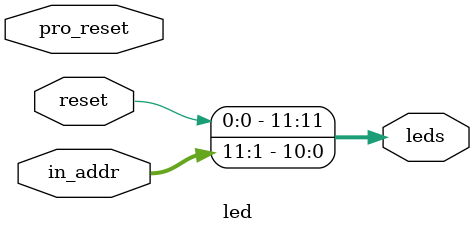
<source format=v>
`timescale 1ns / 1ps
module led(reset,pro_reset,in_addr,leds);
input reset; //×Ü¿ª¹Ø£¬Êý¾ÝÕý³£ÏÔÊ¾
input [2:0]pro_reset;   //3¸ö¿ª¹Ø×éºÏÀ´Ñ¡Ôñ¸÷ÖÖ²ÎÊý£º±ÈÈçPCµÄÖµ£¬±ÈÈçÊ±ÖÓÖÜÆÚÊý£¬ÓÐÌõ¼þ·ÖÖ§×ªÒÆÊýµÈµÈ
//001´ú±í²é¿´pcÖµ
//010´ú±í²é¿´ÖÜÆÚÊý
//011´ú±í²é¿´ÓÐÌõ¼þ·ÖÖ§×ªÒÆÊý
//100´ú±í²é¿´ÓÐÌõ¼þ·ÖÖ§×ªÒÆ³É¹¦Êý
//101´ú±í²é¿´ÎÞÌõ¼þ·ÖÖ§Ö¸ÁîÊý
input [11:0]in_addr;    //µØÖ·ÊäÈë²¦Âë¿ª¹Ø,12Î»µØÖ·Öµ£¬×Ü¹²4KµÄÄÚ´æ
output [11:0]leds;  //16Î»µÄledµÆµÄÏÔÊ¾

assign leds[11]=reset;  //ÖØÖÃÖ¸Ê¾µÆ,×î×ó±ß

assign leds[10:0]=in_addr[11:1];  //ÏÔÊ¾µØÖ·ÖµµÄledµÆ

endmodule

</source>
